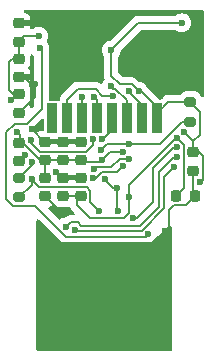
<source format=gbr>
%TF.GenerationSoftware,KiCad,Pcbnew,8.0.2-1*%
%TF.CreationDate,2024-05-28T17:37:14-06:00*%
%TF.ProjectId,magicreceiver,6d616769-6372-4656-9365-697665722e6b,rev?*%
%TF.SameCoordinates,Original*%
%TF.FileFunction,Copper,L2,Bot*%
%TF.FilePolarity,Positive*%
%FSLAX46Y46*%
G04 Gerber Fmt 4.6, Leading zero omitted, Abs format (unit mm)*
G04 Created by KiCad (PCBNEW 8.0.2-1) date 2024-05-28 17:37:14*
%MOMM*%
%LPD*%
G01*
G04 APERTURE LIST*
G04 Aperture macros list*
%AMRoundRect*
0 Rectangle with rounded corners*
0 $1 Rounding radius*
0 $2 $3 $4 $5 $6 $7 $8 $9 X,Y pos of 4 corners*
0 Add a 4 corners polygon primitive as box body*
4,1,4,$2,$3,$4,$5,$6,$7,$8,$9,$2,$3,0*
0 Add four circle primitives for the rounded corners*
1,1,$1+$1,$2,$3*
1,1,$1+$1,$4,$5*
1,1,$1+$1,$6,$7*
1,1,$1+$1,$8,$9*
0 Add four rect primitives between the rounded corners*
20,1,$1+$1,$2,$3,$4,$5,0*
20,1,$1+$1,$4,$5,$6,$7,0*
20,1,$1+$1,$6,$7,$8,$9,0*
20,1,$1+$1,$8,$9,$2,$3,0*%
G04 Aperture macros list end*
%TA.AperFunction,SMDPad,CuDef*%
%ADD10RoundRect,0.225000X0.250000X-0.225000X0.250000X0.225000X-0.250000X0.225000X-0.250000X-0.225000X0*%
%TD*%
%TA.AperFunction,SMDPad,CuDef*%
%ADD11RoundRect,0.225000X-0.250000X0.225000X-0.250000X-0.225000X0.250000X-0.225000X0.250000X0.225000X0*%
%TD*%
%TA.AperFunction,SMDPad,CuDef*%
%ADD12RoundRect,0.225000X-0.225000X-0.250000X0.225000X-0.250000X0.225000X0.250000X-0.225000X0.250000X0*%
%TD*%
%TA.AperFunction,SMDPad,CuDef*%
%ADD13R,0.950000X2.500000*%
%TD*%
%TA.AperFunction,SMDPad,CuDef*%
%ADD14RoundRect,0.200000X-0.275000X0.200000X-0.275000X-0.200000X0.275000X-0.200000X0.275000X0.200000X0*%
%TD*%
%TA.AperFunction,ViaPad*%
%ADD15C,0.600000*%
%TD*%
%TA.AperFunction,Conductor*%
%ADD16C,0.200000*%
%TD*%
G04 APERTURE END LIST*
D10*
%TO.P,C10,1*%
%TO.N,+3V3*%
X118567200Y-155956600D03*
%TO.P,C10,2*%
%TO.N,GND*%
X118567200Y-154406600D03*
%TD*%
D11*
%TO.P,C13,1*%
%TO.N,+3V3*%
X116382800Y-147357800D03*
%TO.P,C13,2*%
%TO.N,GND*%
X116382800Y-148907800D03*
%TD*%
%TO.P,C6,1*%
%TO.N,GND*%
X121666000Y-157403800D03*
%TO.P,C6,2*%
%TO.N,+1V1*%
X121666000Y-158953800D03*
%TD*%
D10*
%TO.P,C4,1*%
%TO.N,GND*%
X131165600Y-156832600D03*
%TO.P,C4,2*%
%TO.N,+3V3*%
X131165600Y-155282600D03*
%TD*%
D12*
%TO.P,C3,1*%
%TO.N,+1V1*%
X129730200Y-158953200D03*
%TO.P,C3,2*%
%TO.N,GND*%
X131280200Y-158953200D03*
%TD*%
D10*
%TO.P,C14,1*%
%TO.N,+3V3*%
X116382400Y-145910600D03*
%TO.P,C14,2*%
%TO.N,GND*%
X116382400Y-144360600D03*
%TD*%
D11*
%TO.P,C11,1*%
%TO.N,+3V3*%
X118567200Y-157416800D03*
%TO.P,C11,2*%
%TO.N,GND*%
X118567200Y-158966800D03*
%TD*%
D13*
%TO.P,J2,1,Pin_1*%
%TO.N,+3V3*%
X128056400Y-152342000D03*
%TO.P,J2,2,Pin_2*%
%TO.N,GND*%
X126786400Y-152342000D03*
%TO.P,J2,3,Pin_3*%
%TO.N,/RF_CE*%
X125516400Y-152342000D03*
%TO.P,J2,4,Pin_4*%
%TO.N,/RF_CSN*%
X124246400Y-152342000D03*
%TO.P,J2,5,Pin_5*%
%TO.N,/RF_SCK*%
X122976400Y-152342000D03*
%TO.P,J2,6,Pin_6*%
%TO.N,/RF_MOSI*%
X121706400Y-152342000D03*
%TO.P,J2,7,Pin_7*%
%TO.N,/RF_MISO*%
X120436400Y-152342000D03*
%TO.P,J2,8,Pin_8*%
%TO.N,/RF_IRQ*%
X119166400Y-152342000D03*
%TD*%
D10*
%TO.P,C7,1*%
%TO.N,+1V1*%
X120116600Y-158953800D03*
%TO.P,C7,2*%
%TO.N,GND*%
X120116600Y-157403800D03*
%TD*%
D14*
%TO.P,R4,1*%
%TO.N,/~{USB_BOOT}*%
X116433600Y-157417000D03*
%TO.P,R4,2*%
%TO.N,/QSPI_SS*%
X116433600Y-159067000D03*
%TD*%
D10*
%TO.P,C8,1*%
%TO.N,+3V3*%
X121666000Y-155956600D03*
%TO.P,C8,2*%
%TO.N,GND*%
X121666000Y-154406600D03*
%TD*%
D14*
%TO.P,R6,1*%
%TO.N,+3V3*%
X130911600Y-151016200D03*
%TO.P,R6,2*%
%TO.N,/RUN*%
X130911600Y-152666200D03*
%TD*%
D11*
%TO.P,C5,1*%
%TO.N,+3V3*%
X116433600Y-154456800D03*
%TO.P,C5,2*%
%TO.N,GND*%
X116433600Y-156006800D03*
%TD*%
%TO.P,C12,1*%
%TO.N,+3V3*%
X116382400Y-150355000D03*
%TO.P,C12,2*%
%TO.N,GND*%
X116382400Y-151905000D03*
%TD*%
D10*
%TO.P,C9,1*%
%TO.N,+3V3*%
X120116600Y-155956600D03*
%TO.P,C9,2*%
%TO.N,GND*%
X120116600Y-154406600D03*
%TD*%
D15*
%TO.N,GND*%
X128727200Y-161899600D03*
X120015000Y-160379000D03*
X118414800Y-144322800D03*
X117713200Y-149504400D03*
X117459200Y-153314400D03*
X116869262Y-155472973D03*
X119505565Y-156952272D03*
X123714388Y-145446699D03*
X118821200Y-162407600D03*
X126786400Y-151892000D03*
X129032000Y-149935800D03*
X125695015Y-150109478D03*
X119735600Y-148640800D03*
X120243600Y-146151600D03*
X131290509Y-147602200D03*
%TO.N,+1V1*%
X129738502Y-154038397D03*
X129730200Y-158953200D03*
X125690200Y-159051800D03*
%TO.N,+3V3*%
X126532678Y-150119825D03*
X116197465Y-153535465D03*
X123393367Y-155914800D03*
X130167465Y-144313200D03*
X118059200Y-145440400D03*
X115711600Y-150876000D03*
X131761200Y-157784800D03*
X124764800Y-160233000D03*
X124664427Y-158283000D03*
X130357838Y-153532010D03*
X123692055Y-157524855D03*
X124206000Y-146608800D03*
X125222000Y-155210000D03*
%TO.N,VBUS*%
X127355600Y-162194800D03*
X118160800Y-146466000D03*
%TO.N,/RUN*%
X123367551Y-155092087D03*
X125738501Y-154599073D03*
%TO.N,/~{USB_BOOT}*%
X122643997Y-154143602D03*
X117432035Y-154246365D03*
X117472244Y-156075956D03*
%TO.N,/RF_CE*%
X124199992Y-149692283D03*
%TO.N,/RF_SCK*%
X122722127Y-150616000D03*
%TO.N,/RF_MOSI*%
X121764290Y-150570044D03*
%TO.N,/RF_CSN*%
X123444000Y-154143602D03*
%TO.N,/RF_MISO*%
X124316772Y-150483716D03*
%TO.N,/QSPI_SS*%
X126080129Y-160868529D03*
X129738502Y-154838400D03*
X117500400Y-157530800D03*
X123180400Y-160233000D03*
%TO.N,/QSPI_SD1*%
X129738502Y-155638403D03*
X120390527Y-161579000D03*
%TO.N,/QSPI_SD2*%
X129518677Y-156503577D03*
X121157173Y-161807600D03*
%TO.N,/QSPI_SCLK*%
X125171200Y-156410000D03*
X122641000Y-157452318D03*
%TO.N,/QSPI_SD0*%
X125738498Y-155845933D03*
X122732800Y-156657600D03*
%TD*%
D16*
%TO.N,GND*%
X131280200Y-158953200D02*
X130505200Y-159728200D01*
X129527000Y-159728200D02*
X129070000Y-160185200D01*
X129070000Y-160185200D02*
X129070000Y-161556800D01*
X129070000Y-161556800D02*
X127685800Y-162941000D01*
X130505200Y-159728200D02*
X129527000Y-159728200D01*
X127685800Y-162941000D02*
X119354600Y-162941000D01*
X119354600Y-162941000D02*
X118821200Y-162407600D01*
%TO.N,VBUS*%
X127142800Y-162407600D02*
X120370600Y-162407600D01*
X116027200Y-152857200D02*
X117043200Y-152857200D01*
X120370600Y-162407600D02*
X117775500Y-159812500D01*
X127355600Y-162194800D02*
X127142800Y-162407600D01*
X115915252Y-159812500D02*
X115316000Y-159213248D01*
X117775500Y-159812500D02*
X115915252Y-159812500D01*
X118313200Y-151587200D02*
X118313200Y-146618400D01*
X115316000Y-159213248D02*
X115316000Y-153568400D01*
X115316000Y-153568400D02*
X116027200Y-152857200D01*
X117043200Y-152857200D02*
X118313200Y-151587200D01*
X118313200Y-146618400D02*
X118160800Y-146466000D01*
%TO.N,GND*%
X116869262Y-155472973D02*
X116869262Y-155571138D01*
X125695015Y-150109478D02*
X125695015Y-150130691D01*
X126715342Y-151151018D02*
X126715342Y-151963058D01*
X116853000Y-148907800D02*
X116382800Y-148907800D01*
X117449600Y-149504400D02*
X116853000Y-148907800D01*
X118567200Y-158966800D02*
X118602800Y-158966800D01*
X131161200Y-156837000D02*
X131165600Y-156832600D01*
X121666000Y-154406600D02*
X118567200Y-154406600D01*
X118414800Y-144322800D02*
X118377000Y-144360600D01*
X118567200Y-154406600D02*
X118551400Y-154406600D01*
X118567200Y-158966800D02*
X118580800Y-158966800D01*
X118602800Y-158966800D02*
X120015000Y-160379000D01*
X117713200Y-150574200D02*
X116382400Y-151905000D01*
X131161200Y-158834200D02*
X131161200Y-156837000D01*
X117713200Y-149504400D02*
X117449600Y-149504400D01*
X117459200Y-153314400D02*
X117459200Y-153425000D01*
X121666000Y-157403800D02*
X120116600Y-157403800D01*
X117713200Y-149504400D02*
X117713200Y-150574200D01*
X125695015Y-150130691D02*
X126715342Y-151151018D01*
X119957093Y-157403800D02*
X119505565Y-156952272D01*
X119997962Y-157648838D02*
X120116600Y-157530200D01*
X120116600Y-157403800D02*
X119957093Y-157403800D01*
X131290509Y-147677291D02*
X131290509Y-147602200D01*
X131280200Y-158953200D02*
X131161200Y-158834200D01*
X118377000Y-144360600D02*
X116382400Y-144360600D01*
X118551400Y-154406600D02*
X117459200Y-153314400D01*
X118580800Y-158966800D02*
X118618000Y-159004000D01*
X129032000Y-149935800D02*
X131290509Y-147677291D01*
X116869262Y-155571138D02*
X116433600Y-156006800D01*
%TO.N,+1V1*%
X120116600Y-158953800D02*
X121666000Y-158953800D01*
X125690200Y-159051800D02*
X125690200Y-158038173D01*
X125690200Y-159051800D02*
X125690200Y-160409929D01*
X130390600Y-154641969D02*
X129787028Y-154038397D01*
X125690200Y-160409929D02*
X125267329Y-160832800D01*
X122377200Y-160832800D02*
X121310400Y-159766000D01*
X129744194Y-153847739D02*
X129738502Y-153853431D01*
X121310400Y-159766000D02*
X121310400Y-158877000D01*
X130390600Y-158292800D02*
X130390600Y-154641969D01*
X129787028Y-154038397D02*
X129738502Y-154038397D01*
X125267329Y-160832800D02*
X122377200Y-160832800D01*
X129738502Y-153853431D02*
X129738502Y-154038397D01*
X129730200Y-158953200D02*
X130390600Y-158292800D01*
X129689976Y-154038397D02*
X129738502Y-154038397D01*
X125690200Y-158038173D02*
X129689976Y-154038397D01*
%TO.N,+3V3*%
X118201418Y-155956600D02*
X116701618Y-154456800D01*
X125222000Y-155210000D02*
X124098167Y-155210000D01*
X116382800Y-147357800D02*
X116382800Y-145911000D01*
X124206000Y-148793200D02*
X124206000Y-146608800D01*
X118059200Y-145440400D02*
X116852600Y-145440400D01*
X116382800Y-145911000D02*
X116382400Y-145910600D01*
X126532678Y-150119825D02*
X126701025Y-150119825D01*
X115519200Y-147624800D02*
X115786200Y-147357800D01*
X124922278Y-149509478D02*
X124206000Y-148793200D01*
X118567200Y-157416800D02*
X118567200Y-155956600D01*
X115907400Y-150355000D02*
X115511600Y-149959200D01*
X116701618Y-154456800D02*
X116433600Y-154456800D01*
X131711200Y-151866600D02*
X130860800Y-151016200D01*
X121691400Y-156057600D02*
X121666000Y-156083000D01*
X123692055Y-157524855D02*
X123692055Y-157651855D01*
X116852600Y-145440400D02*
X116382400Y-145910600D01*
X131165600Y-155282600D02*
X131640600Y-155282600D01*
X131711200Y-153794172D02*
X131711200Y-151866600D01*
X124098167Y-155210000D02*
X123393367Y-155914800D01*
X131165600Y-155282600D02*
X131165600Y-154339772D01*
X130167465Y-144313200D02*
X126501600Y-144313200D01*
X115786200Y-147357800D02*
X116382800Y-147357800D01*
X124664427Y-160132627D02*
X124664427Y-158283000D01*
X124323200Y-158283000D02*
X124664427Y-158283000D01*
X116484400Y-153822400D02*
X116484400Y-154239582D01*
X116382400Y-150355000D02*
X116232600Y-150355000D01*
X131640600Y-155282600D02*
X131961200Y-155603200D01*
X128056400Y-151475200D02*
X128056400Y-151892000D01*
X126701025Y-150119825D02*
X128056400Y-151475200D01*
X116197465Y-153535465D02*
X116484400Y-153822400D01*
X116232600Y-150355000D02*
X115711600Y-150876000D01*
X130357838Y-153532010D02*
X131165600Y-154339772D01*
X115511600Y-149959200D02*
X115511600Y-147624800D01*
X131961200Y-155603200D02*
X131961200Y-157584800D01*
X123692055Y-157651855D02*
X124323200Y-158283000D01*
X129033800Y-151016200D02*
X128056400Y-151993600D01*
X126532678Y-150119825D02*
X126532678Y-150098612D01*
X123393367Y-155914800D02*
X123250567Y-156057600D01*
X126532678Y-150098612D02*
X125943544Y-149509478D01*
X130911600Y-151016200D02*
X129033800Y-151016200D01*
X126501600Y-144313200D02*
X124206000Y-146608800D01*
X131165600Y-154339772D02*
X131711200Y-153794172D01*
X118567200Y-155956600D02*
X121666000Y-155956600D01*
X118567200Y-155956600D02*
X118201418Y-155956600D01*
X131961200Y-157584800D02*
X131761200Y-157784800D01*
X116382400Y-150355000D02*
X115907400Y-150355000D01*
X125943544Y-149509478D02*
X124922278Y-149509478D01*
X115511600Y-147624800D02*
X115519200Y-147624800D01*
X124764800Y-160233000D02*
X124664427Y-160132627D01*
X123250567Y-156057600D02*
X121691400Y-156057600D01*
X118327818Y-156083000D02*
X118567200Y-156083000D01*
%TO.N,/RUN*%
X123837058Y-154599073D02*
X125738501Y-154599073D01*
X130239000Y-152666200D02*
X130911600Y-152666200D01*
X128320800Y-154584400D02*
X130239000Y-152666200D01*
X125753174Y-154584400D02*
X128320800Y-154584400D01*
X123367551Y-155092087D02*
X123367551Y-155068580D01*
X123367551Y-155068580D02*
X123837058Y-154599073D01*
X125738501Y-154599073D02*
X125753174Y-154584400D01*
%TO.N,/~{USB_BOOT}*%
X117432035Y-154246365D02*
X117432035Y-154495131D01*
X117432035Y-154495131D02*
X118143504Y-155206600D01*
X118143504Y-155206600D02*
X122110600Y-155206600D01*
X117472244Y-156378356D02*
X116433600Y-157417000D01*
X122643997Y-154673203D02*
X122643997Y-154143602D01*
X117472244Y-156075956D02*
X117472244Y-156378356D01*
X122110600Y-155206600D02*
X122643997Y-154673203D01*
%TO.N,/RF_CE*%
X124199992Y-149692283D02*
X124391425Y-149883716D01*
X125516400Y-150834815D02*
X125516400Y-151993600D01*
X124391425Y-149883716D02*
X124565301Y-149883716D01*
X124565301Y-149883716D02*
X125516400Y-150834815D01*
%TO.N,/RF_SCK*%
X122976400Y-150870273D02*
X122722127Y-150616000D01*
X122976400Y-151892000D02*
X122976400Y-150870273D01*
%TO.N,/RF_MOSI*%
X121764290Y-150570044D02*
X121706400Y-150627934D01*
X121706400Y-150627934D02*
X121706400Y-151993600D01*
%TO.N,/RF_CSN*%
X124246400Y-153398600D02*
X124246400Y-151993600D01*
X123501398Y-154143602D02*
X124246400Y-153398600D01*
X123444000Y-154143602D02*
X123501398Y-154143602D01*
%TO.N,/RF_MISO*%
X123458116Y-150483716D02*
X122885200Y-149910800D01*
X124316772Y-150483716D02*
X123458116Y-150483716D01*
X122885200Y-149910800D02*
X121361200Y-149910800D01*
X121361200Y-149910800D02*
X120436400Y-150835600D01*
X120436400Y-150835600D02*
X120436400Y-151993600D01*
%TO.N,/QSPI_SS*%
X117500400Y-158000200D02*
X117500400Y-157530800D01*
X122441000Y-159493600D02*
X122441000Y-158505104D01*
X127762000Y-156591000D02*
X129514600Y-154838400D01*
X129514600Y-154838400D02*
X129738502Y-154838400D01*
X127762000Y-159512000D02*
X127762000Y-156591000D01*
X122139696Y-158203800D02*
X118130504Y-158203800D01*
X126080129Y-160868529D02*
X126405471Y-160868529D01*
X116433600Y-159067000D02*
X117500400Y-158000200D01*
X123180400Y-160233000D02*
X122441000Y-159493600D01*
X118130504Y-158203800D02*
X117500400Y-157573696D01*
X117500400Y-157573696D02*
X117500400Y-157530800D01*
X122441000Y-158505104D02*
X122139696Y-158203800D01*
X126405471Y-160868529D02*
X127762000Y-159512000D01*
%TO.N,/QSPI_SD1*%
X129535322Y-155638403D02*
X129738502Y-155638403D01*
X128270000Y-159860714D02*
X128270000Y-156903725D01*
X121405702Y-161207600D02*
X121691302Y-161493200D01*
X121691302Y-161493200D02*
X126637514Y-161493200D01*
X120390527Y-161579000D02*
X120761927Y-161207600D01*
X126637514Y-161493200D02*
X128270000Y-159860714D01*
X128270000Y-156903725D02*
X129535322Y-155638403D01*
X120761927Y-161207600D02*
X121405702Y-161207600D01*
%TO.N,/QSPI_SD2*%
X128670000Y-157352254D02*
X129518677Y-156503577D01*
X121157173Y-161807600D02*
X121242773Y-161893200D01*
X126803200Y-161893200D02*
X128670000Y-160026400D01*
X121242773Y-161893200D02*
X126803200Y-161893200D01*
X128670000Y-160026400D02*
X128670000Y-157352254D01*
%TO.N,/QSPI_SCLK*%
X123447181Y-156921200D02*
X124660000Y-156921200D01*
X122916063Y-157452318D02*
X123447181Y-156921200D01*
X122641000Y-157452318D02*
X122916063Y-157452318D01*
X124660000Y-156921200D02*
X125171200Y-156410000D01*
%TO.N,/QSPI_SD0*%
X125702565Y-155810000D02*
X125738498Y-155845933D01*
X124922671Y-155810000D02*
X125702565Y-155810000D01*
X122732800Y-156657600D02*
X122875600Y-156514800D01*
X124217871Y-156514800D02*
X124922671Y-155810000D01*
X122875600Y-156514800D02*
X124217871Y-156514800D01*
%TD*%
%TA.AperFunction,Conductor*%
%TO.N,GND*%
G36*
X118086803Y-160973484D02*
G01*
X118093279Y-160979514D01*
X120001884Y-162888120D01*
X120001886Y-162888121D01*
X120001890Y-162888124D01*
X120058122Y-162920589D01*
X120138816Y-162967177D01*
X120291543Y-163008101D01*
X120291545Y-163008101D01*
X120457254Y-163008101D01*
X120457270Y-163008100D01*
X127056131Y-163008100D01*
X127056147Y-163008101D01*
X127063743Y-163008101D01*
X127221856Y-163008101D01*
X127221857Y-163008101D01*
X127259108Y-162998118D01*
X127305085Y-162994673D01*
X127339016Y-162998496D01*
X127355599Y-163000365D01*
X127355600Y-163000365D01*
X127355603Y-163000365D01*
X127534849Y-162980169D01*
X127534852Y-162980168D01*
X127534855Y-162980168D01*
X127534856Y-162980167D01*
X127534859Y-162980167D01*
X127571984Y-162967176D01*
X127604483Y-162955803D01*
X127674261Y-162952241D01*
X127695938Y-162959594D01*
X127711199Y-162966399D01*
X127711200Y-162966397D01*
X127711200Y-162966400D01*
X127834861Y-162842737D01*
X127856575Y-162825424D01*
X127857862Y-162824616D01*
X127985416Y-162697062D01*
X127986225Y-162695773D01*
X128003540Y-162674058D01*
X129129520Y-161548078D01*
X129190842Y-161514595D01*
X129260534Y-161519579D01*
X129316467Y-161561451D01*
X129340884Y-161626915D01*
X129341200Y-161635761D01*
X129341200Y-171988000D01*
X129321515Y-172055039D01*
X129268711Y-172100794D01*
X129217200Y-172112000D01*
X118005600Y-172112000D01*
X117938561Y-172092315D01*
X117892806Y-172039511D01*
X117881600Y-171988000D01*
X117881600Y-161067197D01*
X117901285Y-161000158D01*
X117954089Y-160954403D01*
X118023247Y-160944459D01*
X118086803Y-160973484D01*
G37*
%TD.AperFunction*%
%TA.AperFunction,Conductor*%
G36*
X119407154Y-159748278D02*
G01*
X119415726Y-159753107D01*
X119557894Y-159840798D01*
X119557897Y-159840799D01*
X119557903Y-159840803D01*
X119718892Y-159894149D01*
X119818255Y-159904300D01*
X120414944Y-159904299D01*
X120414952Y-159904298D01*
X120414955Y-159904298D01*
X120469360Y-159898740D01*
X120514308Y-159894149D01*
X120581270Y-159871959D01*
X120651097Y-159869558D01*
X120711139Y-159905289D01*
X120740047Y-159957571D01*
X120750822Y-159997783D01*
X120750825Y-159997790D01*
X120768261Y-160027989D01*
X120777670Y-160044285D01*
X120818140Y-160114381D01*
X120829879Y-160134714D01*
X120829881Y-160134717D01*
X120948749Y-160253585D01*
X120948755Y-160253590D01*
X121090584Y-160395419D01*
X121124069Y-160456742D01*
X121119085Y-160526434D01*
X121077213Y-160582367D01*
X121011749Y-160606784D01*
X121002903Y-160607100D01*
X120848596Y-160607100D01*
X120848580Y-160607099D01*
X120840984Y-160607099D01*
X120682870Y-160607099D01*
X120575514Y-160635865D01*
X120530137Y-160648024D01*
X120530136Y-160648025D01*
X120480023Y-160676959D01*
X120480022Y-160676960D01*
X120443330Y-160698143D01*
X120393210Y-160727080D01*
X120371990Y-160748300D01*
X120310666Y-160781784D01*
X120298194Y-160783837D01*
X120211277Y-160793630D01*
X120041005Y-160853210D01*
X119894096Y-160945520D01*
X119826859Y-160964520D01*
X119760024Y-160944152D01*
X119740443Y-160928207D01*
X118922250Y-160110014D01*
X118888765Y-160048691D01*
X118893749Y-159978999D01*
X118935621Y-159923066D01*
X118970928Y-159904627D01*
X119125679Y-159853348D01*
X119125692Y-159853342D01*
X119269924Y-159764378D01*
X119273716Y-159761380D01*
X119338511Y-159735239D01*
X119407154Y-159748278D01*
G37*
%TD.AperFunction*%
%TA.AperFunction,Conductor*%
G36*
X121797352Y-157173485D02*
G01*
X121843107Y-157226289D01*
X121853533Y-157291683D01*
X121835435Y-157452314D01*
X121835435Y-157452316D01*
X121836911Y-157465414D01*
X121824858Y-157534236D01*
X121777510Y-157585616D01*
X121713691Y-157603300D01*
X119990600Y-157603300D01*
X119923561Y-157583615D01*
X119877806Y-157530811D01*
X119866600Y-157479300D01*
X119866600Y-157277800D01*
X119886285Y-157210761D01*
X119939089Y-157165006D01*
X119990600Y-157153800D01*
X121730313Y-157153800D01*
X121797352Y-157173485D01*
G37*
%TD.AperFunction*%
%TA.AperFunction,Conductor*%
G36*
X121796122Y-154176285D02*
G01*
X121841877Y-154229089D01*
X121852303Y-154266717D01*
X121858627Y-154322848D01*
X121858629Y-154322859D01*
X121900020Y-154441145D01*
X121903582Y-154510924D01*
X121868854Y-154571551D01*
X121806860Y-154603779D01*
X121782979Y-154606100D01*
X118443601Y-154606100D01*
X118376562Y-154586415D01*
X118355920Y-154569781D01*
X118353519Y-154567380D01*
X118320034Y-154506057D01*
X118317200Y-154479699D01*
X118317200Y-154280600D01*
X118336885Y-154213561D01*
X118389689Y-154167806D01*
X118441200Y-154156600D01*
X121729083Y-154156600D01*
X121796122Y-154176285D01*
G37*
%TD.AperFunction*%
%TA.AperFunction,Conductor*%
G36*
X118460234Y-152391914D02*
G01*
X118516167Y-152433786D01*
X118540584Y-152499250D01*
X118540900Y-152508096D01*
X118540900Y-153332600D01*
X118521215Y-153399639D01*
X118468411Y-153445394D01*
X118416901Y-153456600D01*
X118268893Y-153456600D01*
X118268876Y-153456601D01*
X118169592Y-153466744D01*
X118008718Y-153520052D01*
X118008709Y-153520056D01*
X117959367Y-153550491D01*
X117891974Y-153568931D01*
X117828299Y-153549945D01*
X117781561Y-153520577D01*
X117611289Y-153460996D01*
X117611285Y-153460995D01*
X117577180Y-153457153D01*
X117512766Y-153430086D01*
X117473211Y-153372491D01*
X117471074Y-153302654D01*
X117503381Y-153246254D01*
X117523720Y-153225916D01*
X117523721Y-153225913D01*
X118329220Y-152420414D01*
X118390542Y-152386930D01*
X118460234Y-152391914D01*
G37*
%TD.AperFunction*%
%TA.AperFunction,Conductor*%
G36*
X117563502Y-147001226D02*
G01*
X117569980Y-147007258D01*
X117658537Y-147095815D01*
X117663984Y-147100159D01*
X117662406Y-147102137D01*
X117700953Y-147145700D01*
X117712700Y-147198380D01*
X117712700Y-151287102D01*
X117693015Y-151354141D01*
X117676381Y-151374783D01*
X117532097Y-151519067D01*
X117470774Y-151552552D01*
X117401082Y-151547568D01*
X117345149Y-151505696D01*
X117326710Y-151470390D01*
X117293947Y-151371518D01*
X117293942Y-151371507D01*
X117204975Y-151227271D01*
X117204972Y-151227267D01*
X117195739Y-151218034D01*
X117162254Y-151156711D01*
X117167238Y-151087019D01*
X117195743Y-151042668D01*
X117205368Y-151033044D01*
X117294403Y-150888697D01*
X117347749Y-150727708D01*
X117357900Y-150628345D01*
X117357899Y-150081656D01*
X117347749Y-149982292D01*
X117294403Y-149821303D01*
X117217326Y-149696343D01*
X117198886Y-149628954D01*
X117217327Y-149566150D01*
X117294344Y-149441288D01*
X117294347Y-149441281D01*
X117347655Y-149280406D01*
X117357799Y-149181122D01*
X117357800Y-149181109D01*
X117357800Y-149157800D01*
X116256800Y-149157800D01*
X116189761Y-149138115D01*
X116144006Y-149085311D01*
X116132800Y-149033800D01*
X116132800Y-148781800D01*
X116152485Y-148714761D01*
X116205289Y-148669006D01*
X116256800Y-148657800D01*
X117357799Y-148657800D01*
X117357799Y-148634492D01*
X117357798Y-148634477D01*
X117347655Y-148535192D01*
X117294347Y-148374318D01*
X117294342Y-148374307D01*
X117205375Y-148230071D01*
X117205372Y-148230067D01*
X117196139Y-148220834D01*
X117162654Y-148159511D01*
X117167638Y-148089819D01*
X117196143Y-148045468D01*
X117205768Y-148035844D01*
X117294803Y-147891497D01*
X117348149Y-147730508D01*
X117358300Y-147631145D01*
X117358299Y-147094938D01*
X117377983Y-147027900D01*
X117430787Y-146982145D01*
X117499946Y-146972201D01*
X117563502Y-147001226D01*
G37*
%TD.AperFunction*%
%TA.AperFunction,Conductor*%
G36*
X132003739Y-143232685D02*
G01*
X132049494Y-143285489D01*
X132060700Y-143337000D01*
X132060700Y-150463280D01*
X132041015Y-150530319D01*
X131988211Y-150576074D01*
X131919053Y-150586018D01*
X131855497Y-150556993D01*
X131830583Y-150527430D01*
X131830078Y-150526594D01*
X131742072Y-150381015D01*
X131742070Y-150381013D01*
X131742069Y-150381011D01*
X131621788Y-150260730D01*
X131531257Y-150206002D01*
X131476206Y-150172722D01*
X131313796Y-150122114D01*
X131313794Y-150122113D01*
X131313792Y-150122113D01*
X131264378Y-150117623D01*
X131243216Y-150115700D01*
X130579984Y-150115700D01*
X130560745Y-150117448D01*
X130509407Y-150122113D01*
X130346993Y-150172722D01*
X130201411Y-150260730D01*
X130201410Y-150260731D01*
X130082761Y-150379381D01*
X130021438Y-150412866D01*
X129995080Y-150415700D01*
X128954741Y-150415700D01*
X128922467Y-150424347D01*
X128922468Y-150424348D01*
X128802014Y-150456623D01*
X128802009Y-150456626D01*
X128665090Y-150535675D01*
X128665082Y-150535681D01*
X128596950Y-150603814D01*
X128553280Y-150647484D01*
X128553278Y-150647486D01*
X128473056Y-150727708D01*
X128403280Y-150797484D01*
X128341957Y-150830968D01*
X128272265Y-150825984D01*
X128227920Y-150797484D01*
X127309552Y-149879117D01*
X127280192Y-149832391D01*
X127276312Y-149821303D01*
X127258467Y-149770303D01*
X127162494Y-149617563D01*
X127034940Y-149490009D01*
X126939882Y-149430280D01*
X126882199Y-149394035D01*
X126711927Y-149334455D01*
X126648913Y-149327355D01*
X126584499Y-149300288D01*
X126575117Y-149291816D01*
X126431134Y-149147833D01*
X126431132Y-149147830D01*
X126312261Y-149028959D01*
X126312260Y-149028958D01*
X126225448Y-148978838D01*
X126225448Y-148978837D01*
X126225444Y-148978836D01*
X126175329Y-148949901D01*
X126022601Y-148908977D01*
X125864487Y-148908977D01*
X125856891Y-148908977D01*
X125856875Y-148908978D01*
X125222375Y-148908978D01*
X125155336Y-148889293D01*
X125134694Y-148872659D01*
X124842819Y-148580784D01*
X124809334Y-148519461D01*
X124806500Y-148493103D01*
X124806500Y-147191212D01*
X124826185Y-147124173D01*
X124833555Y-147113897D01*
X124835810Y-147111067D01*
X124835816Y-147111062D01*
X124931789Y-146958322D01*
X124991368Y-146788055D01*
X125001161Y-146701129D01*
X125028226Y-146636718D01*
X125036690Y-146627343D01*
X126714017Y-144950019D01*
X126775340Y-144916534D01*
X126801698Y-144913700D01*
X129585053Y-144913700D01*
X129652092Y-144933385D01*
X129662368Y-144940755D01*
X129665201Y-144943014D01*
X129665203Y-144943016D01*
X129817943Y-145038989D01*
X129966228Y-145090876D01*
X129988210Y-145098568D01*
X129988215Y-145098569D01*
X130167461Y-145118765D01*
X130167465Y-145118765D01*
X130167469Y-145118765D01*
X130346714Y-145098569D01*
X130346717Y-145098568D01*
X130346720Y-145098568D01*
X130516987Y-145038989D01*
X130669727Y-144943016D01*
X130797281Y-144815462D01*
X130893254Y-144662722D01*
X130952833Y-144492455D01*
X130973030Y-144313200D01*
X130957441Y-144174846D01*
X130952834Y-144133950D01*
X130952833Y-144133945D01*
X130893253Y-143963676D01*
X130810939Y-143832675D01*
X130797281Y-143810938D01*
X130669727Y-143683384D01*
X130668904Y-143682867D01*
X130516988Y-143587411D01*
X130346719Y-143527831D01*
X130346714Y-143527830D01*
X130167469Y-143507635D01*
X130167461Y-143507635D01*
X129988215Y-143527830D01*
X129988210Y-143527831D01*
X129817941Y-143587411D01*
X129665201Y-143683385D01*
X129662368Y-143685645D01*
X129660189Y-143686534D01*
X129659307Y-143687089D01*
X129659209Y-143686934D01*
X129597682Y-143712055D01*
X129585053Y-143712700D01*
X126588270Y-143712700D01*
X126588254Y-143712699D01*
X126580658Y-143712699D01*
X126422543Y-143712699D01*
X126346179Y-143733161D01*
X126269814Y-143753623D01*
X126269809Y-143753626D01*
X126132890Y-143832675D01*
X126132882Y-143832681D01*
X124187465Y-145778098D01*
X124126142Y-145811583D01*
X124113668Y-145813637D01*
X124026750Y-145823430D01*
X123856478Y-145883010D01*
X123703737Y-145978984D01*
X123576184Y-146106537D01*
X123480211Y-146259276D01*
X123420631Y-146429545D01*
X123420630Y-146429550D01*
X123400435Y-146608796D01*
X123400435Y-146608803D01*
X123420630Y-146788049D01*
X123420631Y-146788054D01*
X123480211Y-146958323D01*
X123523930Y-147027900D01*
X123566604Y-147095816D01*
X123576185Y-147111063D01*
X123578445Y-147113897D01*
X123579334Y-147116075D01*
X123579889Y-147116958D01*
X123579734Y-147117055D01*
X123604855Y-147178583D01*
X123605500Y-147191212D01*
X123605500Y-148706530D01*
X123605499Y-148706548D01*
X123605499Y-148872254D01*
X123605498Y-148872254D01*
X123620428Y-148927973D01*
X123634057Y-148978837D01*
X123646657Y-149025857D01*
X123644994Y-149095707D01*
X123614564Y-149145631D01*
X123570178Y-149190017D01*
X123474201Y-149342762D01*
X123459593Y-149384510D01*
X123418871Y-149441286D01*
X123353917Y-149467032D01*
X123285356Y-149453575D01*
X123254871Y-149431235D01*
X123253917Y-149430281D01*
X123253916Y-149430280D01*
X123167104Y-149380160D01*
X123167104Y-149380159D01*
X123167100Y-149380158D01*
X123116985Y-149351223D01*
X122964257Y-149310299D01*
X122806143Y-149310299D01*
X122798547Y-149310299D01*
X122798531Y-149310300D01*
X121447870Y-149310300D01*
X121447854Y-149310299D01*
X121440258Y-149310299D01*
X121282143Y-149310299D01*
X121218491Y-149327355D01*
X121129414Y-149351223D01*
X121129409Y-149351226D01*
X120992490Y-149430275D01*
X120992482Y-149430281D01*
X119955881Y-150466882D01*
X119955877Y-150466887D01*
X119915432Y-150536942D01*
X119915432Y-150536943D01*
X119876823Y-150603814D01*
X119876823Y-150603815D01*
X119835899Y-150756543D01*
X119835899Y-150756545D01*
X119835899Y-150826145D01*
X119816214Y-150893184D01*
X119763410Y-150938939D01*
X119694252Y-150948883D01*
X119687710Y-150947763D01*
X119656221Y-150941500D01*
X119656220Y-150941500D01*
X119037700Y-150941500D01*
X118970661Y-150921815D01*
X118924906Y-150869011D01*
X118913700Y-150817500D01*
X118913700Y-146759112D01*
X118920658Y-146718158D01*
X118927144Y-146699621D01*
X118946168Y-146645255D01*
X118950275Y-146608803D01*
X118966365Y-146466003D01*
X118966365Y-146465996D01*
X118946169Y-146286750D01*
X118946168Y-146286745D01*
X118886588Y-146116476D01*
X118839100Y-146040900D01*
X118790616Y-145963738D01*
X118790011Y-145963133D01*
X118789745Y-145962646D01*
X118786275Y-145958295D01*
X118787037Y-145957687D01*
X118756526Y-145901810D01*
X118761510Y-145832118D01*
X118772691Y-145809492D01*
X118784989Y-145789922D01*
X118844568Y-145619655D01*
X118844569Y-145619649D01*
X118864765Y-145440403D01*
X118864765Y-145440396D01*
X118844569Y-145261150D01*
X118844568Y-145261145D01*
X118784988Y-145090876D01*
X118745782Y-145028480D01*
X118689016Y-144938138D01*
X118561462Y-144810584D01*
X118492753Y-144767411D01*
X118408723Y-144714611D01*
X118238454Y-144655031D01*
X118238449Y-144655030D01*
X118059204Y-144634835D01*
X118059196Y-144634835D01*
X117879950Y-144655030D01*
X117879945Y-144655031D01*
X117709676Y-144714611D01*
X117556936Y-144810585D01*
X117554103Y-144812845D01*
X117551924Y-144813734D01*
X117551042Y-144814289D01*
X117550944Y-144814134D01*
X117489417Y-144839255D01*
X117476788Y-144839900D01*
X117473670Y-144839900D01*
X117406631Y-144820215D01*
X117360876Y-144767411D01*
X117350312Y-144703298D01*
X117357399Y-144633924D01*
X117357400Y-144633909D01*
X117357400Y-144610600D01*
X116256400Y-144610600D01*
X116189361Y-144590915D01*
X116143606Y-144538111D01*
X116132400Y-144486600D01*
X116132400Y-144234600D01*
X116152085Y-144167561D01*
X116204889Y-144121806D01*
X116256400Y-144110600D01*
X117357399Y-144110600D01*
X117357399Y-144087292D01*
X117357398Y-144087277D01*
X117347255Y-143987992D01*
X117293947Y-143827118D01*
X117293942Y-143827107D01*
X117204975Y-143682871D01*
X117204972Y-143682867D01*
X117085132Y-143563027D01*
X117085128Y-143563024D01*
X116940892Y-143474057D01*
X116940881Y-143474052D01*
X116882497Y-143454706D01*
X116825052Y-143414934D01*
X116798229Y-143350418D01*
X116810544Y-143281642D01*
X116858087Y-143230442D01*
X116921501Y-143213000D01*
X131936700Y-143213000D01*
X132003739Y-143232685D01*
G37*
%TD.AperFunction*%
%TD*%
M02*

</source>
